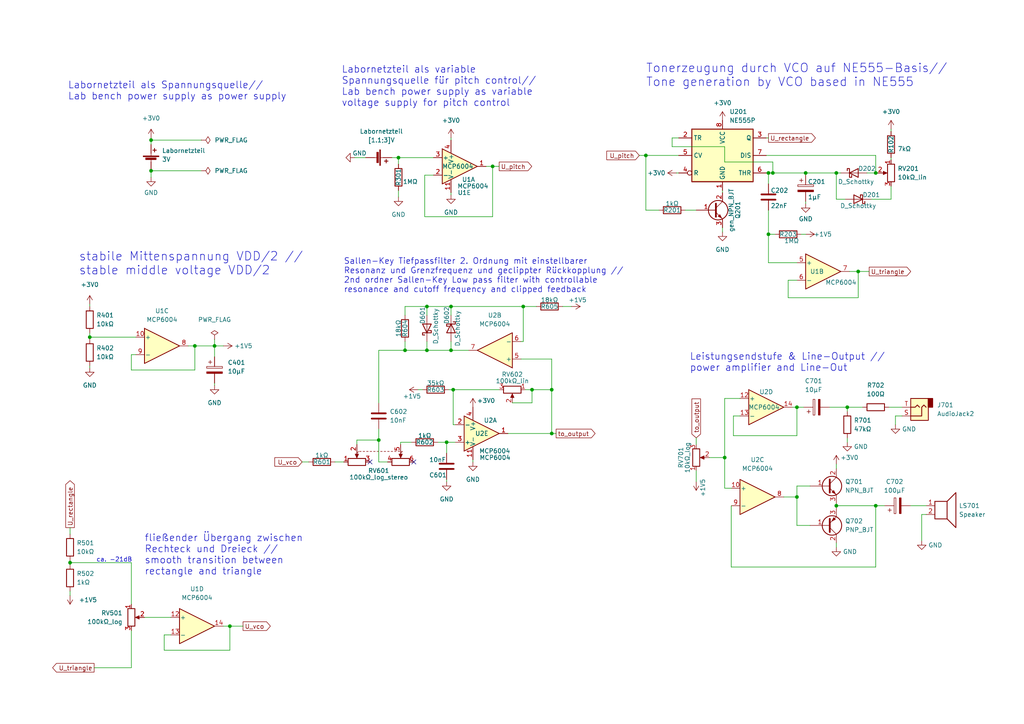
<source format=kicad_sch>
(kicad_sch (version 20211123) (generator eeschema)
  (paper "A4")
  (title_block (title "Drone-o-Tron") (date "2022-10-06") (rev "0.2.0") (company "heissklebepanzer") (comment 1 "Konrad Panzer"))
  (lib_symbols
    (symbol "Amplifier_Operational:MCP6004" (pin_names (offset 0.127))
      (property "Reference" "U" (at 0 5.08 0))
      (property "Value" "MCP6004" (at 0 -5.08 0))
      (symbol "MCP6004_1_1"
        (polyline (pts (xy -5.08 5.08) (xy 5.08 0) (xy -5.08 -5.08) (xy -5.08 5.08)) (stroke (width 0.254)) (fill (type background)))
        (pin output line (at 7.62 0 180) (length 2.54) (name "~") (number "1"))
        (pin input line (at -7.62 -2.54 0) (length 2.54) (name "-") (number "2"))
        (pin input line (at -7.62 2.54 0) (length 2.54) (name "+") (number "3"))
      )
      (symbol "MCP6004_2_1"
        (polyline (pts (xy -5.08 5.08) (xy 5.08 0) (xy -5.08 -5.08) (xy -5.08 5.08)) (stroke (width 0.254)) (fill (type background)))
        (pin input line (at -7.62 2.54 0) (length 2.54) (name "+") (number "5"))
        (pin input line (at -7.62 -2.54 0) (length 2.54) (name "-") (number "6"))
        (pin output line (at 7.62 0 180) (length 2.54) (name "~") (number "7"))
      )
      (symbol "MCP6004_3_1"
        (polyline (pts (xy -5.08 5.08) (xy 5.08 0) (xy -5.08 -5.08) (xy -5.08 5.08)) (stroke (width 0.254)) (fill (type background)))
        (pin input line (at -7.62 2.54 0) (length 2.54) (name "+") (number "10"))
        (pin output line (at 7.62 0 180) (length 2.54) (name "~") (number "8"))
        (pin input line (at -7.62 -2.54 0) (length 2.54) (name "-") (number "9"))
      )
      (symbol "MCP6004_4_1"
        (polyline (pts (xy -5.08 5.08) (xy 5.08 0) (xy -5.08 -5.08) (xy -5.08 5.08)) (stroke (width 0.254)) (fill (type background)))
        (pin input line (at -7.62 2.54 0) (length 2.54) (name "+") (number "12"))
        (pin input line (at -7.62 -2.54 0) (length 2.54) (name "-") (number "13"))
        (pin output line (at 7.62 0 180) (length 2.54) (name "~") (number "14"))
      )
      (symbol "MCP6004_5_1"
        (pin power_in line (at -2.54 -7.62 90) (length 3.81) (name "V-") (number "11"))
        (pin power_in line (at -2.54 7.62 270) (length 3.81) (name "V+") (number "4"))
      )
    )
    (symbol "Connector:AudioJack2"
      (property "Reference" "J" (at 0 8.89 0))
      (property "Value" "AudioJack2" (at 0 6.35 0))
      (symbol "AudioJack2_0_1"
        (rectangle (start -3.81 0) (end -2.54 -2.54) (stroke (width 0.254)) (fill (type outline)))
        (rectangle (start -2.54 3.81) (end 2.54 -2.54) (stroke (width 0.254)) (fill (type background)))
        (polyline (pts (xy 0 0) (xy 0.635 -0.635) (xy 1.27 0) (xy 2.54 0)) (stroke (width 0.254)))
        (polyline (pts (xy 2.54 2.54) (xy -0.635 2.54) (xy -0.635 0) (xy -1.27 -0.635) (xy -1.905 0)) (stroke (width 0.254)))
      )
      (symbol "AudioJack2_1_1"
        (pin passive line (at 5.08 2.54 180) (length 2.54) (name "~") (number "S"))
        (pin passive line (at 5.08 0 180) (length 2.54) (name "~") (number "T"))
      )
    )
    (symbol "Device:Battery_Cell" (pin_numbers hide) (pin_names (offset 0) hide)
      (property "Reference" "BT" (at 2.54 2.54 0))
      (property "Value" "Battery_Cell" (at 2.54 0 0))
      (symbol "Battery_Cell_0_1"
        (rectangle (start -2.286 1.778) (end 2.286 1.524) (fill (type outline)))
        (rectangle (start -1.5748 1.1938) (end 1.4732 0.6858) (fill (type outline)))
        (polyline (pts (xy 0 0.762) (xy 0 0)))
        (polyline (pts (xy 0 1.778) (xy 0 2.54)))
        (polyline (pts (xy 0.508 3.429) (xy 1.524 3.429)) (stroke (width 0.254)))
        (polyline (pts (xy 1.016 3.937) (xy 1.016 2.921)) (stroke (width 0.254)))
      )
      (symbol "Battery_Cell_1_1"
        (pin passive line (at 0 5.08 270) (length 2.54) (name "+") (number "1"))
        (pin passive line (at 0 -2.54 90) (length 2.54) (name "-") (number "2"))
      )
    )
    (symbol "Device:C" (pin_numbers hide) (pin_names (offset 0.254))
      (property "Reference" "C" (at 0.635 2.54 0))
      (property "Value" "C" (at 0.635 -2.54 0))
      (symbol "C_0_1"
        (polyline (pts (xy -2.032 -0.762) (xy 2.032 -0.762)) (stroke (width 0.508)))
        (polyline (pts (xy -2.032 0.762) (xy 2.032 0.762)) (stroke (width 0.508)))
      )
      (symbol "C_1_1"
        (pin passive line (at 0 3.81 270) (length 2.794) (name "~") (number "1"))
        (pin passive line (at 0 -3.81 90) (length 2.794) (name "~") (number "2"))
      )
    )
    (symbol "Device:C_Polarized" (pin_numbers hide) (pin_names (offset 0.254))
      (property "Reference" "C" (at 0.635 2.54 0))
      (property "Value" "C_Polarized" (at 0.635 -2.54 0))
      (symbol "C_Polarized_0_1"
        (rectangle (start -2.286 0.508) (end 2.286 1.016))
        (polyline (pts (xy -1.778 2.286) (xy -0.762 2.286)))
        (polyline (pts (xy -1.27 2.794) (xy -1.27 1.778)))
        (rectangle (start 2.286 -0.508) (end -2.286 -1.016) (fill (type outline)))
      )
      (symbol "C_Polarized_1_1"
        (pin passive line (at 0 3.81 270) (length 2.794) (name "~") (number "1"))
        (pin passive line (at 0 -3.81 90) (length 2.794) (name "~") (number "2"))
      )
    )
    (symbol "Device:D_Schottky" (pin_numbers hide) (pin_names (offset 1.016) hide)
      (property "Reference" "D" (at 0 2.54 0))
      (property "Value" "D_Schottky" (at 0 -2.54 0))
      (symbol "D_Schottky_0_1"
        (polyline (pts (xy 1.27 0) (xy -1.27 0)))
        (polyline (pts (xy 1.27 1.27) (xy 1.27 -1.27) (xy -1.27 0) (xy 1.27 1.27)) (stroke (width 0.254)))
        (polyline (pts (xy -1.905 0.635) (xy -1.905 1.27) (xy -1.27 1.27) (xy -1.27 -1.27) (xy -0.635 -1.27) (xy -0.635 -0.635)) (stroke (width 0.254)))
      )
      (symbol "D_Schottky_1_1"
        (pin passive line (at -3.81 0 0) (length 2.54) (name "K") (number "1"))
        (pin passive line (at 3.81 0 180) (length 2.54) (name "A") (number "2"))
      )
    )
    (symbol "Device:Q_NPN_BCE" (pin_names (offset 0) hide)
      (property "Reference" "Q" (at 5.08 1.27 0))
      (property "Value" "Q_NPN_BCE" (at 5.08 -1.27 0))
      (symbol "Q_NPN_BCE_0_1"
        (polyline (pts (xy 0.635 0.635) (xy 2.54 2.54)))
        (polyline (pts (xy 0.635 -0.635) (xy 2.54 -2.54) (xy 2.54 -2.54)))
        (polyline (pts (xy 0.635 1.905) (xy 0.635 -1.905) (xy 0.635 -1.905)) (stroke (width 0.508)))
        (polyline (pts (xy 1.27 -1.778) (xy 1.778 -1.27) (xy 2.286 -2.286) (xy 1.27 -1.778) (xy 1.27 -1.778)) (fill (type outline)))
        (circle (center 1.27 0) (radius 2.8194) (stroke (width 0.254)))
      )
      (symbol "Q_NPN_BCE_1_1"
        (pin input line (at -5.08 0 0) (length 5.715) (name "B") (number "1"))
        (pin passive line (at 2.54 5.08 270) (length 2.54) (name "C") (number "2"))
        (pin passive line (at 2.54 -5.08 90) (length 2.54) (name "E") (number "3"))
      )
    )
    (symbol "Device:Q_PNP_BCE" (pin_names (offset 0) hide)
      (property "Reference" "Q" (at 5.08 1.27 0))
      (property "Value" "Q_PNP_BCE" (at 5.08 -1.27 0))
      (symbol "Q_PNP_BCE_0_1"
        (polyline (pts (xy 0.635 0.635) (xy 2.54 2.54)))
        (polyline (pts (xy 0.635 -0.635) (xy 2.54 -2.54) (xy 2.54 -2.54)))
        (polyline (pts (xy 0.635 1.905) (xy 0.635 -1.905) (xy 0.635 -1.905)) (stroke (width 0.508)))
        (polyline (pts (xy 2.286 -1.778) (xy 1.778 -2.286) (xy 1.27 -1.27) (xy 2.286 -1.778) (xy 2.286 -1.778)) (fill (type outline)))
        (circle (center 1.27 0) (radius 2.8194) (stroke (width 0.254)))
      )
      (symbol "Q_PNP_BCE_1_1"
        (pin input line (at -5.08 0 0) (length 5.715) (name "B") (number "1"))
        (pin passive line (at 2.54 5.08 270) (length 2.54) (name "C") (number "2"))
        (pin passive line (at 2.54 -5.08 90) (length 2.54) (name "E") (number "3"))
      )
    )
    (symbol "Device:R" (pin_numbers hide) (pin_names (offset 0))
      (property "Reference" "R" (at 2.032 0 90))
      (property "Value" "R" (at 0 0 90))
      (symbol "R_0_1"
        (rectangle (start -1.016 -2.54) (end 1.016 2.54) (stroke (width 0.254)))
      )
      (symbol "R_1_1"
        (pin passive line (at 0 3.81 270) (length 1.27) (name "~") (number "1"))
        (pin passive line (at 0 -3.81 90) (length 1.27) (name "~") (number "2"))
      )
    )
    (symbol "Device:R_Potentiometer" (pin_names (offset 1.016) hide)
      (property "Reference" "RV" (at -4.445 0 90))
      (property "Value" "R_Potentiometer" (at -2.54 0 90))
      (symbol "R_Potentiometer_0_1"
        (polyline (pts (xy 2.54 0) (xy 1.524 0)))
        (polyline (pts (xy 1.143 0) (xy 2.286 0.508) (xy 2.286 -0.508) (xy 1.143 0)) (fill (type outline)))
        (rectangle (start 1.016 2.54) (end -1.016 -2.54) (stroke (width 0.254)))
      )
      (symbol "R_Potentiometer_1_1"
        (pin passive line (at 0 3.81 270) (length 1.27) (name "1") (number "1"))
        (pin passive line (at 3.81 0 180) (length 1.27) (name "2") (number "2"))
        (pin passive line (at 0 -3.81 90) (length 1.27) (name "3") (number "3"))
      )
    )
    (symbol "Device:R_Potentiometer_Dual" (pin_names (offset 1.016) hide)
      (property "Reference" "RV" (at 0 3.81 0))
      (property "Value" "R_Potentiometer_Dual" (at 0 1.905 0))
      (symbol "R_Potentiometer_Dual_0_1"
        (rectangle (start -8.89 -1.524) (end -3.81 -3.556) (stroke (width 0.254)))
        (polyline (pts (xy -6.35 0) (xy -6.35 -1.016)))
        (polyline (pts (xy -6.35 0) (xy -6.35 -1.016)))
        (polyline (pts (xy -6.35 0) (xy -5.842 0.508)))
        (polyline (pts (xy -5.588 0.508) (xy -5.08 0.508)))
        (polyline (pts (xy -4.572 0.508) (xy -4.064 0.508)))
        (polyline (pts (xy -3.556 0.508) (xy -3.048 0.508)))
        (polyline (pts (xy -2.54 0.508) (xy -2.032 0.508)))
        (polyline (pts (xy -1.524 0.508) (xy -1.016 0.508)))
        (polyline (pts (xy -0.508 0.508) (xy 0 0.508)))
        (polyline (pts (xy 0.508 0.508) (xy 1.016 0.508)))
        (polyline (pts (xy 1.524 0.508) (xy 2.032 0.508)))
        (polyline (pts (xy 2.54 0.508) (xy 3.048 0.508)))
        (polyline (pts (xy 3.556 0.508) (xy 4.064 0.508)))
        (polyline (pts (xy 4.572 0.508) (xy 5.08 0.508)))
        (polyline (pts (xy 5.588 0.508) (xy 6.096 0.508)))
        (polyline (pts (xy 6.35 0) (xy 6.35 -1.016)))
        (polyline (pts (xy 6.35 0) (xy 6.35 -1.016)))
        (polyline (pts (xy 6.604 0.508) (xy 6.858 0.508) (xy 6.35 0)))
        (polyline (pts (xy -6.35 -1.397) (xy -6.858 -0.254) (xy -5.842 -0.254) (xy -6.35 -1.397)) (fill (type outline)))
        (polyline (pts (xy 6.35 -1.397) (xy 5.842 -0.254) (xy 6.858 -0.254) (xy 6.35 -1.397)) (fill (type outline)))
        (rectangle (start 3.81 -1.524) (end 8.89 -3.556) (stroke (width 0.254)))
      )
      (symbol "R_Potentiometer_Dual_1_1"
        (pin passive line (at -10.16 -2.54 0) (length 1.27) (name "1") (number "1"))
        (pin passive line (at -6.35 2.54 270) (length 2.54) (name "2") (number "2"))
        (pin passive line (at -2.54 -2.54 180) (length 1.27) (name "3") (number "3"))
        (pin passive line (at 2.54 -2.54 0) (length 1.27) (name "4") (number "4"))
        (pin passive line (at 6.35 2.54 270) (length 2.54) (name "5") (number "5"))
        (pin passive line (at 10.16 -2.54 180) (length 1.27) (name "6") (number "6"))
      )
    )
    (symbol "Device:Speaker" (pin_names (offset 0) hide)
      (property "Reference" "LS" (at 1.27 5.715 0))
      (property "Value" "Speaker" (at 1.27 3.81 0))
      (symbol "Speaker_0_0"
        (rectangle (start -2.54 1.27) (end 1.016 -3.81) (stroke (width 0.254)))
        (polyline (pts (xy 1.016 1.27) (xy 3.556 3.81) (xy 3.556 -6.35) (xy 1.016 -3.81)) (stroke (width 0.254)))
      )
      (symbol "Speaker_1_1"
        (pin input line (at -5.08 0 0) (length 2.54) (name "1") (number "1"))
        (pin input line (at -5.08 -2.54 0) (length 2.54) (name "2") (number "2"))
      )
    )
    (symbol "Timer:NE555P"
      (property "Reference" "U" (at -10.16 8.89 0))
      (property "Value" "NE555P" (at 2.54 8.89 0))
      (symbol "NE555P_0_0"
        (pin power_in line (at 0 -10.16 90) (length 2.54) (name "GND") (number "1"))
        (pin power_in line (at 0 10.16 270) (length 2.54) (name "VCC") (number "8"))
      )
      (symbol "NE555P_0_1"
        (rectangle (start -8.89 -7.62) (end 8.89 7.62) (stroke (width 0.254)) (fill (type background)))
        (rectangle (start -8.89 -7.62) (end 8.89 7.62) (stroke (width 0.254)) (fill (type background)))
      )
      (symbol "NE555P_1_1"
        (pin input line (at -12.7 5.08 0) (length 3.81) (name "TR") (number "2"))
        (pin output line (at 12.7 5.08 180) (length 3.81) (name "Q") (number "3"))
        (pin input inverted (at -12.7 -5.08 0) (length 3.81) (name "R") (number "4"))
        (pin input line (at -12.7 0 0) (length 3.81) (name "CV") (number "5"))
        (pin input line (at 12.7 -5.08 180) (length 3.81) (name "THR") (number "6"))
        (pin input line (at 12.7 0 180) (length 3.81) (name "DIS") (number "7"))
      )
    )
    (symbol "power:+1V5" (power) (pin_names (offset 0))
      (property "Value" "+1V5" (at 0 3.556 0))
      (symbol "+1V5_0_1"
        (polyline (pts (xy -0.762 1.27) (xy 0 2.54)))
        (polyline (pts (xy 0 0) (xy 0 2.54)))
        (polyline (pts (xy 0 2.54) (xy 0.762 1.27)))
      )
      (symbol "+1V5_1_1"
        (pin power_in line (at 0 0 90) (length 0) hide (name "+1V5") (number "1"))
      )
    )
    (symbol "power:+3V0" (power) (pin_names (offset 0))
      (property "Value" "+3V0" (at 0 3.556 0))
      (symbol "+3V0_0_1"
        (polyline (pts (xy -0.762 1.27) (xy 0 2.54)))
        (polyline (pts (xy 0 0) (xy 0 2.54)))
        (polyline (pts (xy 0 2.54) (xy 0.762 1.27)))
      )
      (symbol "+3V0_1_1"
        (pin power_in line (at 0 0 90) (length 0) hide (name "+3V0") (number "1"))
      )
    )
    (symbol "power:GND" (power) (pin_names (offset 0))
      (property "Value" "GND" (at 0 -3.81 0))
      (symbol "GND_0_1"
        (polyline (pts (xy 0 0) (xy 0 -1.27) (xy 1.27 -1.27) (xy 0 -2.54) (xy -1.27 -1.27) (xy 0 -1.27)))
      )
      (symbol "GND_1_1"
        (pin power_in line (at 0 0 270) (length 0) hide (name "GND") (number "1"))
      )
    )
    (symbol "power:PWR_FLAG" (power) (pin_numbers hide) (pin_names (offset 0) hide)
      (property "Value" "PWR_FLAG" (at 0 3.81 0))
      (symbol "PWR_FLAG_0_0"
        (pin power_out line (at 0 0 90) (length 0) (name "pwr") (number "1"))
      )
      (symbol "PWR_FLAG_0_1"
        (polyline (pts (xy 0 0) (xy 0 1.27) (xy -1.016 1.905) (xy 0 2.54) (xy 1.016 1.905) (xy 0 1.27)))
      )
    )
  )
  (junction (at 109.855 127.635))
  (junction (at 117.475 101.6))
  (junction (at 231.14 118.11))
  (junction (at 254 50.165))
  (junction (at 224.155 50.165))
  (junction (at 160.02 125.73))
  (junction (at 130.81 88.9))
  (junction (at 248.92 78.74))
  (junction (at 187.325 45.085))
  (junction (at 233.68 50.165))
  (junction (at 56.515 100.33))
  (junction (at 242.57 50.165))
  (junction (at 20.32 163.195))
  (junction (at 43.815 40.64))
  (junction (at 62.23 100.33))
  (junction (at 66.675 181.61))
  (junction (at 43.815 49.53))
  (junction (at 131.445 113.03))
  (junction (at 26.035 97.79))
  (junction (at 222.885 50.165))
  (junction (at 123.825 101.6))
  (junction (at 123.825 88.9))
  (junction (at 129.54 128.27))
  (junction (at 210.185 132.715))
  (junction (at 242.57 146.685))
  (junction (at 160.02 113.03))
  (junction (at 130.81 101.6))
  (junction (at 115.57 45.72))
  (junction (at 222.885 67.945))
  (junction (at 154.305 113.03))
  (junction (at 254 146.685))
  (junction (at 142.875 48.26))
  (junction (at 231.14 144.145))
  (junction (at 245.745 118.11))
  (junction (at 151.765 88.9))
  (no_connect (at 107.315 133.985))
  (no_connect (at 120.015 133.985))
  (wire (pts (xy 121.285 113.03) (xy 122.555 113.03)))
  (wire (pts (xy 222.25 45.085) (xy 254 45.085)))
  (wire (pts (xy 87.63 133.985) (xy 89.535 133.985)))
  (wire (pts (xy 222.885 50.165) (xy 222.25 50.165)))
  (wire (pts (xy 62.23 98.425) (xy 62.23 100.33)))
  (wire (pts (xy 123.19 50.8) (xy 123.19 62.865)))
  (wire (pts (xy 222.885 67.945) (xy 222.885 76.2)))
  (wire (pts (xy 125.73 50.8) (xy 123.19 50.8)))
  (wire (pts (xy 142.875 48.26) (xy 144.78 48.26)))
  (wire (pts (xy 242.57 50.165) (xy 242.57 57.785)))
  (wire (pts (xy 47.625 184.15) (xy 47.625 188.595)))
  (wire (pts (xy 142.875 62.865) (xy 142.875 48.26)))
  (wire (pts (xy 201.93 127) (xy 201.93 128.905)))
  (wire (pts (xy 97.155 133.985) (xy 99.695 133.985)))
  (wire (pts (xy 245.745 118.11) (xy 245.745 119.38)))
  (wire (pts (xy 163.195 88.9) (xy 165.735 88.9)))
  (wire (pts (xy 210.185 115.57) (xy 210.185 132.715)))
  (wire (pts (xy 49.53 184.15) (xy 47.625 184.15)))
  (wire (pts (xy 232.41 67.945) (xy 233.68 67.945)))
  (wire (pts (xy 210.185 46.99) (xy 224.155 46.99)))
  (wire (pts (xy 267.335 149.225) (xy 267.335 156.845)))
  (wire (pts (xy 248.92 86.36) (xy 248.92 78.74)))
  (wire (pts (xy 43.815 49.53) (xy 58.42 49.53)))
  (wire (pts (xy 242.57 146.685) (xy 254 146.685)))
  (wire (pts (xy 257.81 118.11) (xy 261.62 118.11)))
  (wire (pts (xy 231.14 152.4) (xy 231.14 144.145)))
  (wire (pts (xy 129.54 128.27) (xy 132.08 128.27)))
  (wire (pts (xy 102.87 45.72) (xy 106.045 45.72)))
  (wire (pts (xy 38.1 102.87) (xy 38.1 107.315)))
  (wire (pts (xy 214.63 115.57) (xy 210.185 115.57)))
  (wire (pts (xy 246.38 78.74) (xy 248.92 78.74)))
  (wire (pts (xy 210.185 141.605) (xy 212.09 141.605)))
  (wire (pts (xy 109.855 101.6) (xy 117.475 101.6)))
  (wire (pts (xy 56.515 107.315) (xy 56.515 100.33)))
  (wire (pts (xy 38.1 107.315) (xy 56.515 107.315)))
  (wire (pts (xy 66.675 181.61) (xy 70.485 181.61)))
  (wire (pts (xy 154.305 113.03) (xy 160.02 113.03)))
  (wire (pts (xy 228.6 86.36) (xy 248.92 86.36)))
  (wire (pts (xy 109.855 127.635) (xy 109.855 133.985)))
  (wire (pts (xy 115.57 45.72) (xy 125.73 45.72)))
  (wire (pts (xy 26.035 97.79) (xy 26.035 98.425)))
  (wire (pts (xy 123.19 62.865) (xy 142.875 62.865)))
  (wire (pts (xy 20.32 162.56) (xy 20.32 163.195)))
  (wire (pts (xy 154.305 113.03) (xy 154.305 116.84)))
  (wire (pts (xy 151.765 88.9) (xy 151.765 99.06)))
  (wire (pts (xy 201.93 136.525) (xy 201.93 139.7)))
  (wire (pts (xy 187.325 45.085) (xy 196.85 45.085)))
  (wire (pts (xy 242.57 50.165) (xy 243.84 50.165)))
  (wire (pts (xy 147.32 125.73) (xy 160.02 125.73)))
  (wire (pts (xy 47.625 188.595) (xy 66.675 188.595)))
  (wire (pts (xy 109.855 133.985) (xy 112.395 133.985)))
  (wire (pts (xy 140.97 48.26) (xy 142.875 48.26)))
  (wire (pts (xy 245.745 118.11) (xy 250.19 118.11)))
  (wire (pts (xy 66.675 181.61) (xy 64.77 181.61)))
  (wire (pts (xy 56.515 100.33) (xy 62.23 100.33)))
  (wire (pts (xy 117.475 99.06) (xy 117.475 101.6)))
  (wire (pts (xy 20.32 171.45) (xy 20.32 172.72)))
  (wire (pts (xy 137.16 133.35) (xy 137.16 133.985)))
  (wire (pts (xy 39.37 102.87) (xy 38.1 102.87)))
  (wire (pts (xy 160.02 113.03) (xy 160.02 125.73)))
  (wire (pts (xy 210.185 42.545) (xy 210.185 46.99)))
  (wire (pts (xy 62.23 111.125) (xy 62.23 111.76)))
  (wire (pts (xy 231.14 140.97) (xy 234.95 140.97)))
  (wire (pts (xy 130.175 113.03) (xy 131.445 113.03)))
  (wire (pts (xy 209.55 67.31) (xy 209.55 66.04)))
  (wire (pts (xy 116.205 128.27) (xy 116.205 128.905)))
  (wire (pts (xy 224.79 67.945) (xy 222.885 67.945)))
  (wire (pts (xy 268.605 149.225) (xy 267.335 149.225)))
  (wire (pts (xy 123.825 91.44) (xy 123.825 88.9)))
  (wire (pts (xy 123.825 101.6) (xy 130.81 101.6)))
  (wire (pts (xy 222.885 60.96) (xy 222.885 67.945)))
  (wire (pts (xy 212.09 146.685) (xy 212.09 164.465)))
  (wire (pts (xy 231.14 81.28) (xy 228.6 81.28)))
  (wire (pts (xy 212.725 126.365) (xy 231.14 126.365)))
  (wire (pts (xy 258.445 45.72) (xy 258.445 46.355)))
  (wire (pts (xy 131.445 113.03) (xy 144.78 113.03)))
  (wire (pts (xy 109.855 124.46) (xy 109.855 127.635)))
  (wire (pts (xy 41.91 179.07) (xy 49.53 179.07)))
  (wire (pts (xy 210.185 132.715) (xy 210.185 141.605)))
  (wire (pts (xy 196.85 40.005) (xy 194.945 40.005)))
  (wire (pts (xy 222.885 40.005) (xy 222.25 40.005)))
  (wire (pts (xy 252.73 57.785) (xy 258.445 57.785)))
  (wire (pts (xy 222.885 53.34) (xy 222.885 50.165)))
  (wire (pts (xy 254 164.465) (xy 254 146.685)))
  (wire (pts (xy 20.32 153.035) (xy 20.32 154.94)))
  (wire (pts (xy 43.815 40.005) (xy 43.815 40.64)))
  (wire (pts (xy 56.515 100.33) (xy 54.61 100.33)))
  (wire (pts (xy 43.815 40.64) (xy 58.42 40.64)))
  (wire (pts (xy 103.505 127.635) (xy 109.855 127.635)))
  (wire (pts (xy 130.81 91.44) (xy 130.81 88.9)))
  (wire (pts (xy 26.035 106.68) (xy 26.035 106.045)))
  (wire (pts (xy 198.755 60.96) (xy 201.93 60.96)))
  (wire (pts (xy 127 128.27) (xy 129.54 128.27)))
  (wire (pts (xy 229.87 118.11) (xy 231.14 118.11)))
  (wire (pts (xy 151.765 88.9) (xy 155.575 88.9)))
  (wire (pts (xy 115.57 55.245) (xy 115.57 57.15)))
  (wire (pts (xy 135.89 101.6) (xy 130.81 101.6)))
  (wire (pts (xy 194.945 42.545) (xy 210.185 42.545)))
  (wire (pts (xy 130.81 88.9) (xy 151.765 88.9)))
  (wire (pts (xy 123.825 88.9) (xy 130.81 88.9)))
  (wire (pts (xy 245.745 128.27) (xy 245.745 127)))
  (wire (pts (xy 233.68 59.055) (xy 233.68 58.42)))
  (wire (pts (xy 26.035 97.79) (xy 39.37 97.79)))
  (wire (pts (xy 233.68 50.165) (xy 233.68 50.8)))
  (wire (pts (xy 117.475 101.6) (xy 123.825 101.6)))
  (wire (pts (xy 214.63 120.65) (xy 212.725 120.65)))
  (wire (pts (xy 231.14 144.145) (xy 231.14 140.97)))
  (wire (pts (xy 187.325 60.96) (xy 187.325 45.085)))
  (wire (pts (xy 254 45.085) (xy 254 50.165)))
  (wire (pts (xy 222.885 76.2) (xy 231.14 76.2)))
  (wire (pts (xy 26.035 96.52) (xy 26.035 97.79)))
  (wire (pts (xy 129.54 128.27) (xy 129.54 131.445)))
  (wire (pts (xy 130.81 56.515) (xy 130.81 55.88)))
  (wire (pts (xy 194.945 40.005) (xy 194.945 42.545)))
  (wire (pts (xy 109.855 116.84) (xy 109.855 101.6)))
  (wire (pts (xy 123.825 99.06) (xy 123.825 101.6)))
  (wire (pts (xy 245.11 57.785) (xy 242.57 57.785)))
  (wire (pts (xy 224.155 50.165) (xy 222.885 50.165)))
  (wire (pts (xy 103.505 128.905) (xy 103.505 127.635)))
  (wire (pts (xy 227.33 144.145) (xy 231.14 144.145)))
  (wire (pts (xy 191.135 60.96) (xy 187.325 60.96)))
  (wire (pts (xy 212.725 120.65) (xy 212.725 126.365)))
  (wire (pts (xy 258.445 53.975) (xy 258.445 57.785)))
  (wire (pts (xy 148.59 116.84) (xy 154.305 116.84)))
  (wire (pts (xy 205.74 132.715) (xy 210.185 132.715)))
  (wire (pts (xy 209.55 55.88) (xy 209.55 55.245)))
  (wire (pts (xy 228.6 81.28) (xy 228.6 86.36)))
  (wire (pts (xy 38.1 175.26) (xy 38.1 163.195)))
  (wire (pts (xy 259.715 120.65) (xy 261.62 120.65)))
  (wire (pts (xy 254 146.685) (xy 256.54 146.685)))
  (wire (pts (xy 242.57 134.62) (xy 242.57 135.89)))
  (wire (pts (xy 231.14 126.365) (xy 231.14 118.11)))
  (wire (pts (xy 160.02 104.14) (xy 151.13 104.14)))
  (wire (pts (xy 231.14 118.11) (xy 233.045 118.11)))
  (wire (pts (xy 66.675 188.595) (xy 66.675 181.61)))
  (wire (pts (xy 224.155 46.99) (xy 224.155 50.165)))
  (wire (pts (xy 259.715 123.19) (xy 259.715 120.65)))
  (wire (pts (xy 196.215 50.165) (xy 196.85 50.165)))
  (wire (pts (xy 251.46 50.165) (xy 254 50.165)))
  (wire (pts (xy 26.035 88.265) (xy 26.035 88.9)))
  (wire (pts (xy 117.475 91.44) (xy 117.475 88.9)))
  (wire (pts (xy 129.54 139.065) (xy 129.54 139.7)))
  (wire (pts (xy 62.23 103.505) (xy 62.23 100.33)))
  (wire (pts (xy 234.95 152.4) (xy 231.14 152.4)))
  (wire (pts (xy 115.57 45.72) (xy 115.57 47.625)))
  (wire (pts (xy 113.665 45.72) (xy 115.57 45.72)))
  (wire (pts (xy 116.205 128.27) (xy 119.38 128.27)))
  (wire (pts (xy 160.02 104.14) (xy 160.02 113.03)))
  (wire (pts (xy 264.16 146.685) (xy 268.605 146.685)))
  (wire (pts (xy 185.42 45.085) (xy 187.325 45.085)))
  (wire (pts (xy 130.81 40.005) (xy 130.81 40.64)))
  (wire (pts (xy 242.57 157.48) (xy 242.57 158.75)))
  (wire (pts (xy 258.445 37.465) (xy 258.445 38.1)))
  (wire (pts (xy 151.765 99.06) (xy 151.13 99.06)))
  (wire (pts (xy 248.92 78.74) (xy 252.095 78.74)))
  (wire (pts (xy 38.1 193.675) (xy 38.1 182.88)))
  (wire (pts (xy 132.08 123.19) (xy 131.445 123.19)))
  (wire (pts (xy 242.57 146.05) (xy 242.57 146.685)))
  (wire (pts (xy 212.09 164.465) (xy 254 164.465)))
  (wire (pts (xy 160.02 125.73) (xy 161.29 125.73)))
  (wire (pts (xy 233.68 50.165) (xy 242.57 50.165)))
  (wire (pts (xy 242.57 146.685) (xy 242.57 147.32)))
  (wire (pts (xy 20.32 163.195) (xy 20.32 163.83)))
  (wire (pts (xy 154.305 113.03) (xy 152.4 113.03)))
  (wire (pts (xy 20.32 163.195) (xy 38.1 163.195)))
  (wire (pts (xy 130.81 101.6) (xy 130.81 99.06)))
  (wire (pts (xy 224.155 50.165) (xy 233.68 50.165)))
  (wire (pts (xy 131.445 113.03) (xy 131.445 123.19)))
  (wire (pts (xy 43.815 40.64) (xy 43.815 41.91)))
  (wire (pts (xy 27.305 193.675) (xy 38.1 193.675)))
  (wire (pts (xy 254 50.165) (xy 254.635 50.165)))
  (wire (pts (xy 117.475 88.9) (xy 123.825 88.9)))
  (wire (pts (xy 240.665 118.11) (xy 245.745 118.11)))
  (wire (pts (xy 43.815 49.53) (xy 43.815 51.435)))
  (wire (pts (xy 62.23 100.33) (xy 64.77 100.33)))
  (text "ca. -21dB" (at 27.94 163.195 0) (effects (font (size 1.27 1.27)) (justify left bottom)))
  (text "Labornetzteil als variable \nSpannungsquelle für pitch control//\nLab bench power supply as variable \nvoltage supply for pitch control" (at 99.06 31.115 0) (effects (font (size 2 2)) (justify left bottom)))
  (text "Tonerzeugung durch VCO auf NE555-Basis//\nTone generation by VCO based in NE555\n" (at 187.325 25.4 0) (effects (font (size 2.5 2.5)) (justify left bottom)))
  (text "Sallen-Key Tiefpassfilter 2. Ordnung mit einstellbarer\nResonanz und Grenzfrequenz und geclippter Rückkopplung //\n2nd ordner Sallen-Key Low pass filter with controllable\nresonance and cutoff frequency and clipped feedback" (at 99.695 85.09 0) (effects (font (size 1.7 1.7)) (justify left bottom)))
  (text "fließender Übergang zwischen\nRechteck und Dreieck //\nsmooth transition between \nrectangle and triangle" (at 41.91 167.005 0) (effects (font (size 2 2)) (justify left bottom)))
  (text "stabile Mittenspannung VDD/2 //\nstable middle voltage VDD/2" (at 22.86 80.01 0) (effects (font (size 2.5 2.5)) (justify left bottom)))
  (text "Labornetzteil als Spannungsquelle//\nLab bench power supply as power supply" (at 19.685 29.21 0) (effects (font (size 2 2)) (justify left bottom)))
  (text "Leistungsendstufe & Line-Output //\npower amplifier and Line-Out\n" (at 200.025 107.95 0) (effects (font (size 2 2)) (justify left bottom)))
  (global_label "to_output" (shape input) (at 201.93 127 90) (property "Intersheet References" "${INTERSHEET_REFS}" (effects hide)))
  (global_label "U_vco" (shape input) (at 87.63 133.985 180) (property "Intersheet References" "${INTERSHEET_REFS}" (effects hide)))
  (global_label "U_triangle" (shape output) (at 252.095 78.74 0) (property "Intersheet References" "${INTERSHEET_REFS}" (effects hide)))
  (global_label "to_output" (shape output) (at 161.29 125.73 0) (property "Intersheet References" "${INTERSHEET_REFS}" (effects hide)))
  (global_label "U_triangle" (shape output) (at 27.305 193.675 180) (property "Intersheet References" "${INTERSHEET_REFS}" (effects hide)))
  (global_label "U_vco" (shape output) (at 70.485 181.61 0) (property "Intersheet References" "${INTERSHEET_REFS}" (effects hide)))
  (global_label "U_rectangle" (shape output) (at 222.885 40.005 0) (property "Intersheet References" "${INTERSHEET_REFS}" (effects hide)))
  (global_label "U_rectangle" (shape output) (at 20.32 153.035 90) (property "Intersheet References" "${INTERSHEET_REFS}" (effects hide)))
  (global_label "U_pitch" (shape output) (at 144.78 48.26 0) (property "Intersheet References" "${INTERSHEET_REFS}" (effects hide)))
  (global_label "U_pitch" (shape input) (at 185.42 45.085 180) (property "Intersheet References" "${INTERSHEET_REFS}" (effects hide)))
  (symbol (lib_id "Device:Q_NPN_BCE") (at 240.03 140.97 0) (unit 1)
    (property "Reference" "Q701" (at 245.11 139.6999 0) (effects (justify left)))
    (property "Value" "NPN_BJT" (at 245.11 142.2399 0) (effects (justify left)))
  )
  (symbol (lib_id "Amplifier_Operational:MCP6004") (at 133.35 48.26 0) (unit 5)
    (property "Reference" "U1" (at 132.715 55.88 0) (effects (justify left)))
    (property "Value" "MCP6004" (at 128.27 48.26 0) (effects (justify left)))
    (property "Datasheet" "http://ww1.microchip.com/downloads/en/DeviceDoc/21733j.pdf" (effects hide))
  )
  (symbol (lib_id "Amplifier_Operational:MCP6004") (at 46.99 100.33 0) (unit 3)
    (property "Reference" "U1" (at 46.99 90.17 0))
    (property "Value" "MCP6004" (at 46.99 92.71 0))
    (property "Datasheet" "http://ww1.microchip.com/downloads/en/DeviceDoc/21733j.pdf" (effects hide))
  )
  (symbol (lib_id "Device:R") (at 26.035 102.235 0) (unit 1)
    (property "Reference" "R402" (at 27.94 100.9649 0) (effects (justify left)))
    (property "Value" "10kΩ" (at 27.94 103.5049 0) (effects (justify left)))
  )
  (symbol (lib_id "power:+3V0") (at 43.815 40.005 0) (unit 1)
    (property "Reference" "#PWR04" (effects hide))
    (property "Value" "+3V0" (at 43.815 34.29 0))
  )
  (symbol (lib_id "Device:Speaker") (at 273.685 146.685 0) (unit 1)
    (property "Reference" "LS701" (at 278.13 146.6849 0) (effects (justify left)))
    (property "Value" "Speaker" (at 278.13 149.2249 0) (effects (justify left)))
  )
  (symbol (lib_id "Device:Q_NPN_BCE") (at 207.01 60.96 0) (unit 1)
    (property "Reference" "Q201" (at 213.995 63.5 90) (effects (justify left)))
    (property "Value" "gen_NPN_BJT" (at 212.09 67.31 90) (effects (justify left)))
  )
  (symbol (lib_id "Amplifier_Operational:MCP6004") (at 143.51 101.6 180) (unit 2)
    (property "Reference" "U2" (at 143.51 91.44 0))
    (property "Value" "MCP6004" (at 143.51 93.98 0))
    (property "Datasheet" "http://ww1.microchip.com/downloads/en/DeviceDoc/21733j.pdf" (effects hide))
  )
  (symbol (lib_id "Device:D_Schottky") (at 123.825 95.25 90) (unit 1)
    (property "Reference" "D601" (at 122.555 91.44 0))
    (property "Value" "D_Schottky" (at 126.365 94.615 0))
  )
  (symbol (lib_id "power:GND") (at 115.57 57.15 0) (unit 1)
    (property "Reference" "#PWR09" (effects hide))
    (property "Value" "GND" (at 115.57 62.23 0))
  )
  (symbol (lib_id "power:GND") (at 267.335 156.845 0) (unit 1)
    (property "Reference" "#PWR028" (effects hide))
    (property "Value" "GND" (at 269.24 158.1149 0) (effects (justify left)))
  )
  (symbol (lib_id "Device:Q_PNP_BCE") (at 240.03 152.4 0) (mirror x) (unit 1)
    (property "Reference" "Q702" (at 245.11 151.1299 0) (effects (justify left)))
    (property "Value" "PNP_BJT" (at 245.11 153.6699 0) (effects (justify left)))
  )
  (symbol (lib_id "Device:R_Potentiometer") (at 148.59 113.03 270) (unit 1)
    (property "Reference" "RV602" (at 148.59 108.585 90))
    (property "Value" "100kΩ_lin" (at 148.59 110.49 90))
  )
  (symbol (lib_id "power:+1V5") (at 121.285 113.03 90) (unit 1)
    (property "Reference" "#PWR010" (effects hide))
    (property "Value" "+1V5" (at 116.84 114.935 90) (effects (justify right)))
  )
  (symbol (lib_id "Device:R") (at 159.385 88.9 270) (unit 1)
    (property "Reference" "R605" (at 159.385 88.9 90))
    (property "Value" "18kΩ" (at 159.385 86.995 90))
  )
  (symbol (lib_id "Device:C") (at 129.54 135.255 0) (unit 1)
    (property "Reference" "C601" (at 124.46 137.795 0) (effects (justify left)))
    (property "Value" "10nF" (at 124.46 133.35 0) (effects (justify left)))
  )
  (symbol (lib_id "Device:R") (at 20.32 158.75 0) (unit 1)
    (property "Reference" "R501" (at 22.225 157.4799 0) (effects (justify left)))
    (property "Value" "10kΩ" (at 22.225 160.0199 0) (effects (justify left)))
  )
  (symbol (lib_id "power:+3V0") (at 196.215 50.165 90) (unit 1)
    (property "Reference" "#PWR017" (effects hide))
    (property "Value" "+3V0" (at 193.04 50.1649 90) (effects (justify left)))
  )
  (symbol (lib_id "Device:Battery_Cell") (at 43.815 46.99 0) (unit 1)
    (property "Reference" "Labornetzteil" (at 46.99 43.6879 0) (effects (justify left)))
    (property "Value" "3V" (at 46.99 46.2279 0) (effects (justify left)))
  )
  (symbol (lib_id "Amplifier_Operational:MCP6004") (at 139.7 125.73 0) (mirror x) (unit 1)
    (property "Reference" "U2" (at 142.24 121.92 0))
    (property "Value" "MCP6004" (at 143.51 130.81 0))
    (property "Datasheet" "http://ww1.microchip.com/downloads/en/DeviceDoc/21733j.pdf" (effects hide))
  )
  (symbol (lib_id "Device:R") (at 26.035 92.71 0) (unit 1)
    (property "Reference" "R401" (at 27.94 91.4399 0) (effects (justify left)))
    (property "Value" "10kΩ" (at 27.94 93.9799 0) (effects (justify left)))
  )
  (symbol (lib_id "power:+1V5") (at 233.68 67.945 270) (unit 1)
    (property "Reference" "#PWR022" (effects hide))
    (property "Value" "+1V5" (at 241.3 67.945 90) (effects (justify right)))
  )
  (symbol (lib_id "Connector:AudioJack2") (at 266.7 118.11 180) (unit 1)
    (property "Reference" "J701" (at 271.78 117.4749 0) (effects (justify right)))
    (property "Value" "AudioJack2" (at 271.78 120.0149 0) (effects (justify right)))
  )
  (symbol (lib_id "Device:R_Potentiometer_Dual") (at 109.855 131.445 0) (unit 1)
    (property "Reference" "RV601" (at 109.855 136.525 0))
    (property "Value" "100kΩ_log_stereo" (at 109.855 138.43 0))
  )
  (symbol (lib_id "Device:R") (at 20.32 167.64 0) (unit 1)
    (property "Reference" "R502" (at 22.225 166.3699 0) (effects (justify left)))
    (property "Value" "1kΩ" (at 22.225 168.9099 0) (effects (justify left)))
  )
  (symbol (lib_id "Device:R") (at 123.19 128.27 90) (unit 1)
    (property "Reference" "R602" (at 123.19 128.27 90))
    (property "Value" "1kΩ" (at 123.19 126.365 90))
  )
  (symbol (lib_id "power:+1V5") (at 165.735 88.9 270) (unit 1)
    (property "Reference" "#PWR016" (effects hide))
    (property "Value" "+1V5" (at 170.18 86.995 90) (effects (justify right)))
  )
  (symbol (lib_id "power:PWR_FLAG") (at 58.42 40.64 270) (unit 1)
    (property "Reference" "#FLG01" (effects hide))
    (property "Value" "PWR_FLAG" (at 62.23 40.6399 90) (effects (justify left)))
  )
  (symbol (lib_id "Timer:NE555P") (at 209.55 45.085 0) (unit 1)
    (property "Reference" "U201" (at 211.5694 32.385 0) (effects (justify left)))
    (property "Value" "NE555P" (at 211.5694 34.925 0) (effects (justify left)))
    (property "Footprint" "Package_DIP:DIP-8_W7.62mm" (effects hide))
    (property "Datasheet" "http://www.ti.com/lit/ds/symlink/ne555.pdf" (effects hide))
  )
  (symbol (lib_id "Device:C") (at 222.885 57.15 0) (unit 1)
    (property "Reference" "C202" (at 223.52 55.245 0) (effects (justify left)))
    (property "Value" "22nF" (at 223.52 59.69 0) (effects (justify left)))
  )
  (symbol (lib_id "Amplifier_Operational:MCP6004") (at 222.25 118.11 0) (unit 4)
    (property "Reference" "U2" (at 222.25 113.665 0))
    (property "Value" "MCP6004" (at 221.615 118.11 0))
    (property "Datasheet" "http://ww1.microchip.com/downloads/en/DeviceDoc/21733j.pdf" (effects hide))
  )
  (symbol (lib_id "Amplifier_Operational:MCP6004") (at 238.76 78.74 0) (unit 2)
    (property "Reference" "U1" (at 234.95 78.74 0) (effects (justify left)))
    (property "Value" "MCP6004" (at 239.395 81.915 0) (effects (justify left)))
    (property "Datasheet" "http://ww1.microchip.com/downloads/en/DeviceDoc/21733j.pdf" (effects hide))
  )
  (symbol (lib_id "Device:R_Potentiometer") (at 201.93 132.715 0) (mirror x) (unit 1)
    (property "Reference" "RV701" (at 197.485 132.715 90))
    (property "Value" "10kΩ_log" (at 199.39 132.715 90))
  )
  (symbol (lib_id "power:GND") (at 137.16 133.985 0) (unit 1)
    (property "Reference" "#PWR015" (effects hide))
    (property "Value" "GND" (at 137.16 139.065 0))
  )
  (symbol (lib_id "power:+3V0") (at 242.57 134.62 0) (unit 1)
    (property "Reference" "#PWR023" (effects hide))
    (property "Value" "+3V0" (at 246.38 132.715 0))
  )
  (symbol (lib_id "Device:C_Polarized") (at 62.23 107.315 0) (unit 1)
    (property "Reference" "C401" (at 66.04 105.1559 0) (effects (justify left)))
    (property "Value" "10µF" (at 66.04 107.6959 0) (effects (justify left)))
  )
  (symbol (lib_id "Device:R") (at 254 118.11 90) (unit 1)
    (property "Reference" "R702" (at 254 111.76 90))
    (property "Value" "100Ω" (at 254 114.3 90))
  )
  (symbol (lib_id "power:GND") (at 130.81 56.515 0) (unit 1)
    (property "Reference" "#PWR013" (effects hide))
    (property "Value" "GND" (at 130.81 61.595 0))
  )
  (symbol (lib_id "power:+1V5") (at 64.77 100.33 270) (unit 1)
    (property "Reference" "#PWR07" (effects hide))
    (property "Value" "+1V5" (at 67.945 100.3299 90) (effects (justify left)))
  )
  (symbol (lib_id "Device:D_Schottky") (at 247.65 50.165 0) (unit 1)
    (property "Reference" "D202" (at 251.46 48.895 0))
    (property "Value" "D_Schottky" (at 248.285 52.705 0))
  )
  (symbol (lib_id "power:+3V0") (at 258.445 37.465 0) (unit 1)
    (property "Reference" "#PWR026" (effects hide))
    (property "Value" "+3V0" (at 258.445 32.385 0))
  )
  (symbol (lib_id "power:+3V0") (at 26.035 88.265 0) (unit 1)
    (property "Reference" "#PWR02" (effects hide))
    (property "Value" "+3V0" (at 26.035 82.55 0))
  )
  (symbol (lib_id "Device:R") (at 126.365 113.03 90) (unit 1)
    (property "Reference" "R603" (at 126.365 113.03 90))
    (property "Value" "35kΩ" (at 126.365 111.125 90))
  )
  (symbol (lib_id "power:+3V0") (at 209.55 34.925 0) (unit 1)
    (property "Reference" "#PWR019" (effects hide))
    (property "Value" "+3V0" (at 209.55 29.845 0))
  )
  (symbol (lib_id "Device:R") (at 117.475 95.25 0) (unit 1)
    (property "Reference" "R604" (at 117.475 97.79 90) (effects (justify left)))
    (property "Value" "18kΩ" (at 115.57 97.79 90) (effects (justify left)))
  )
  (symbol (lib_id "power:GND") (at 43.815 51.435 0) (unit 1)
    (property "Reference" "#PWR05" (effects hide))
    (property "Value" "GND" (at 43.815 55.88 0))
  )
  (symbol (lib_id "Amplifier_Operational:MCP6004") (at 139.7 125.73 0) (unit 5)
    (property "Reference" "U2" (at 137.795 125.73 0) (effects (justify left)))
    (property "Value" "MCP6004" (at 139.065 132.715 0) (effects (justify left)))
    (property "Datasheet" "http://ww1.microchip.com/downloads/en/DeviceDoc/21733j.pdf" (effects hide))
  )
  (symbol (lib_id "power:GND") (at 242.57 158.75 0) (unit 1)
    (property "Reference" "#PWR024" (effects hide))
    (property "Value" "GND" (at 244.475 160.0199 0) (effects (justify left)))
  )
  (symbol (lib_id "Device:R") (at 93.345 133.985 90) (unit 1)
    (property "Reference" "R601" (at 93.345 133.985 90))
    (property "Value" "1kΩ" (at 93.345 132.08 90))
  )
  (symbol (lib_id "power:GND") (at 245.745 128.27 0) (unit 1)
    (property "Reference" "#PWR025" (effects hide))
    (property "Value" "GND" (at 247.65 129.5399 0) (effects (justify left)))
  )
  (symbol (lib_id "power:+1V5") (at 20.32 172.72 180) (unit 1)
    (property "Reference" "#PWR01" (effects hide))
    (property "Value" "+1V5" (at 22.86 173.9899 0) (effects (justify right)))
  )
  (symbol (lib_id "Device:R") (at 115.57 51.435 0) (unit 1)
    (property "Reference" "R301" (at 115.57 53.975 90) (effects (justify left)))
    (property "Value" "1MΩ" (at 116.84 52.705 0) (effects (justify left)))
  )
  (symbol (lib_id "Amplifier_Operational:MCP6004") (at 57.15 181.61 0) (unit 4)
    (property "Reference" "U1" (at 57.15 170.815 0))
    (property "Value" "MCP6004" (at 57.15 173.355 0))
    (property "Datasheet" "http://ww1.microchip.com/downloads/en/DeviceDoc/21733j.pdf" (effects hide))
  )
  (symbol (lib_id "power:GND") (at 259.715 123.19 0) (unit 1)
    (property "Reference" "#PWR027" (effects hide))
    (property "Value" "GND" (at 261.62 124.4599 0) (effects (justify left)))
  )
  (symbol (lib_id "power:GND") (at 102.87 45.72 270) (unit 1)
    (property "Reference" "#PWR08" (effects hide))
    (property "Value" "GND" (at 102.235 44.45 90) (effects (justify left)))
  )
  (symbol (lib_id "power:+3V0") (at 137.16 118.11 0) (unit 1)
    (property "Reference" "#PWR014" (effects hide))
    (property "Value" "+3V0" (at 140.97 116.205 0))
  )
  (symbol (lib_id "power:GND") (at 26.035 106.68 0) (unit 1)
    (property "Reference" "#PWR03" (effects hide))
    (property "Value" "GND" (at 26.035 111.76 0))
  )
  (symbol (lib_id "Device:R_Potentiometer") (at 38.1 179.07 0) (unit 1)
    (property "Reference" "RV501" (at 35.56 177.7999 0) (effects (justify right)))
    (property "Value" "100kΩ_log" (at 35.56 180.3399 0) (effects (justify right)))
  )
  (symbol (lib_id "Device:Battery_Cell") (at 108.585 45.72 270) (unit 1)
    (property "Reference" "Labornetzteil" (at 110.617 38.1 90))
    (property "Value" "[1.1;3]V" (at 110.617 40.64 90))
  )
  (symbol (lib_id "Device:D_Schottky") (at 248.92 57.785 180) (unit 1)
    (property "Reference" "D201" (at 252.73 56.515 0))
    (property "Value" "D_Schottky" (at 248.92 59.69 0))
  )
  (symbol (lib_id "Device:R") (at 228.6 67.945 270) (unit 1)
    (property "Reference" "R203" (at 231.14 67.945 90) (effects (justify right)))
    (property "Value" "1MΩ" (at 231.775 69.85 90) (effects (justify right)))
  )
  (symbol (lib_id "power:GND") (at 209.55 67.31 0) (unit 1)
    (property "Reference" "#PWR020" (effects hide))
    (property "Value" "GND" (at 209.55 72.39 0))
  )
  (symbol (lib_id "Device:R") (at 258.445 41.91 0) (unit 1)
    (property "Reference" "R102" (at 258.445 44.45 90) (effects (justify left)))
    (property "Value" "7kΩ" (at 260.35 43.1799 0) (effects (justify left)))
  )
  (symbol (lib_id "Amplifier_Operational:MCP6004") (at 219.71 144.145 0) (unit 3)
    (property "Reference" "U2" (at 219.71 133.35 0))
    (property "Value" "MCP6004" (at 219.71 135.89 0))
    (property "Datasheet" "http://ww1.microchip.com/downloads/en/DeviceDoc/21733j.pdf" (effects hide))
  )
  (symbol (lib_id "Device:C_Polarized") (at 260.35 146.685 90) (unit 1)
    (property "Reference" "C702" (at 259.461 139.7 90))
    (property "Value" "100µF" (at 259.461 142.24 90))
  )
  (symbol (lib_id "Device:R") (at 245.745 123.19 0) (unit 1)
    (property "Reference" "R701" (at 247.65 121.9199 0) (effects (justify left)))
    (property "Value" "47kΩ" (at 247.65 124.4599 0) (effects (justify left)))
  )
  (symbol (lib_id "Device:R") (at 194.945 60.96 90) (unit 1)
    (property "Reference" "R201" (at 194.945 60.96 90))
    (property "Value" "1kΩ" (at 194.945 59.055 90))
  )
  (symbol (lib_id "Amplifier_Operational:MCP6004") (at 133.35 48.26 0) (unit 1)
    (property "Reference" "U1" (at 135.89 52.07 0))
    (property "Value" "MCP6004" (at 137.16 53.975 0))
    (property "Datasheet" "http://ww1.microchip.com/downloads/en/DeviceDoc/21733j.pdf" (effects hide))
  )
  (symbol (lib_id "power:GND") (at 233.68 59.055 0) (unit 1)
    (property "Reference" "#PWR021" (effects hide))
    (property "Value" "GND" (at 233.68 63.5 0))
  )
  (symbol (lib_id "Device:D_Schottky") (at 130.81 95.25 270) (unit 1)
    (property "Reference" "D602" (at 129.54 91.44 0))
    (property "Value" "D_Schottky" (at 132.715 95.25 0))
  )
  (symbol (lib_id "power:PWR_FLAG") (at 62.23 98.425 0) (unit 1)
    (property "Reference" "#FLG?" (effects hide))
    (property "Value" "PWR_FLAG" (at 62.23 92.71 0))
  )
  (symbol (lib_id "Device:C") (at 109.855 120.65 0) (unit 1)
    (property "Reference" "C602" (at 113.03 119.3799 0) (effects (justify left)))
    (property "Value" "10nF" (at 113.03 121.9199 0) (effects (justify left)))
  )
  (symbol (lib_id "Device:C_Polarized") (at 236.855 118.11 90) (unit 1)
    (property "Reference" "C701" (at 235.966 110.49 90))
    (property "Value" "10µF" (at 235.966 113.03 90))
  )
  (symbol (lib_id "power:+3V0") (at 130.81 40.005 0) (unit 1)
    (property "Reference" "#PWR012" (effects hide))
    (property "Value" "+3V0" (at 130.81 34.925 0))
  )
  (symbol (lib_id "power:GND") (at 62.23 111.76 0) (unit 1)
    (property "Reference" "#PWR06" (effects hide))
    (property "Value" "GND" (at 62.23 116.84 0))
  )
  (symbol (lib_id "Device:R_Potentiometer") (at 258.445 50.165 0) (mirror y) (unit 1)
    (property "Reference" "RV201" (at 260.35 48.8949 0) (effects (justify right)))
    (property "Value" "10kΩ_lin" (at 260.35 51.4349 0) (effects (justify right)))
  )
  (symbol (lib_id "Device:C_Polarized") (at 233.68 54.61 0) (unit 1)
    (property "Reference" "C201" (at 234.315 52.705 0) (effects (justify left)))
    (property "Value" "1µF" (at 234.315 57.15 0) (effects (justify left)))
  )
  (symbol (lib_id "power:PWR_FLAG") (at 58.42 49.53 270) (unit 1)
    (property "Reference" "#FLG0101" (effects hide))
    (property "Value" "PWR_FLAG" (at 62.23 49.5299 90) (effects (justify left)))
  )
  (symbol (lib_id "power:+1V5") (at 201.93 139.7 180) (unit 1)
    (property "Reference" "#PWR018" (effects hide))
    (property "Value" "+1V5" (at 203.835 144.145 90) (effects (justify right)))
  )
  (symbol (lib_id "power:GND") (at 129.54 139.7 0) (unit 1)
    (property "Reference" "#PWR011" (effects hide))
    (property "Value" "GND" (at 129.54 144.78 0))
  )
)
</source>
